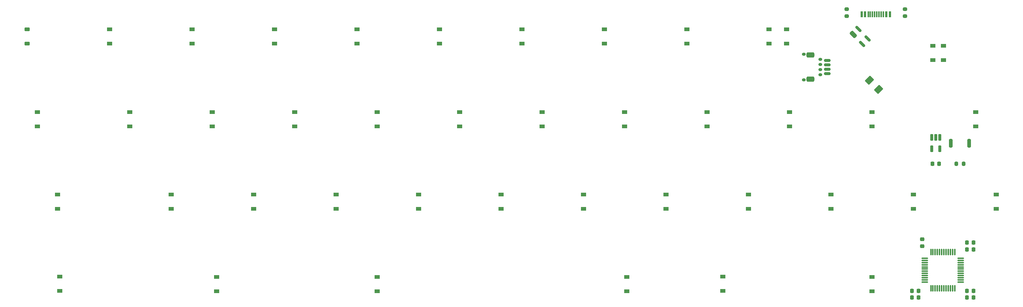
<source format=gbr>
G04 #@! TF.GenerationSoftware,KiCad,Pcbnew,8.0.8*
G04 #@! TF.CreationDate,2025-03-08T13:31:49+01:00*
G04 #@! TF.ProjectId,PowerVan,506f7765-7256-4616-9e2e-6b696361645f,rev?*
G04 #@! TF.SameCoordinates,Original*
G04 #@! TF.FileFunction,Paste,Bot*
G04 #@! TF.FilePolarity,Positive*
%FSLAX46Y46*%
G04 Gerber Fmt 4.6, Leading zero omitted, Abs format (unit mm)*
G04 Created by KiCad (PCBNEW 8.0.8) date 2025-03-08 13:31:49*
%MOMM*%
%LPD*%
G01*
G04 APERTURE LIST*
G04 Aperture macros list*
%AMRoundRect*
0 Rectangle with rounded corners*
0 $1 Rounding radius*
0 $2 $3 $4 $5 $6 $7 $8 $9 X,Y pos of 4 corners*
0 Add a 4 corners polygon primitive as box body*
4,1,4,$2,$3,$4,$5,$6,$7,$8,$9,$2,$3,0*
0 Add four circle primitives for the rounded corners*
1,1,$1+$1,$2,$3*
1,1,$1+$1,$4,$5*
1,1,$1+$1,$6,$7*
1,1,$1+$1,$8,$9*
0 Add four rect primitives between the rounded corners*
20,1,$1+$1,$2,$3,$4,$5,0*
20,1,$1+$1,$4,$5,$6,$7,0*
20,1,$1+$1,$6,$7,$8,$9,0*
20,1,$1+$1,$8,$9,$2,$3,0*%
G04 Aperture macros list end*
%ADD10R,1.200000X0.900000*%
%ADD11R,0.600000X1.450000*%
%ADD12R,0.300000X1.450000*%
%ADD13RoundRect,0.225000X-0.225000X-0.250000X0.225000X-0.250000X0.225000X0.250000X-0.225000X0.250000X0*%
%ADD14RoundRect,0.200000X-0.200000X-0.800000X0.200000X-0.800000X0.200000X0.800000X-0.200000X0.800000X0*%
%ADD15RoundRect,0.225000X0.250000X-0.225000X0.250000X0.225000X-0.250000X0.225000X-0.250000X-0.225000X0*%
%ADD16RoundRect,0.200000X0.275000X-0.200000X0.275000X0.200000X-0.275000X0.200000X-0.275000X-0.200000X0*%
%ADD17RoundRect,0.250001X0.768977X0.114905X0.114905X0.768977X-0.768977X-0.114905X-0.114905X-0.768977X0*%
%ADD18RoundRect,0.150000X0.625000X-0.150000X0.625000X0.150000X-0.625000X0.150000X-0.625000X-0.150000X0*%
%ADD19RoundRect,0.250000X0.650000X-0.350000X0.650000X0.350000X-0.650000X0.350000X-0.650000X-0.350000X0*%
%ADD20RoundRect,0.225000X0.225000X0.250000X-0.225000X0.250000X-0.225000X-0.250000X0.225000X-0.250000X0*%
%ADD21RoundRect,0.225000X0.375000X-0.225000X0.375000X0.225000X-0.375000X0.225000X-0.375000X-0.225000X0*%
%ADD22RoundRect,0.200000X-0.200000X-0.275000X0.200000X-0.275000X0.200000X0.275000X-0.200000X0.275000X0*%
%ADD23RoundRect,0.250000X-0.601041X0.247487X0.247487X-0.601041X0.601041X-0.247487X-0.247487X0.601041X0*%
%ADD24RoundRect,0.150000X-0.601041X0.388909X0.388909X-0.601041X0.601041X-0.388909X-0.388909X0.601041X0*%
%ADD25RoundRect,0.075000X0.075000X-0.662500X0.075000X0.662500X-0.075000X0.662500X-0.075000X-0.662500X0*%
%ADD26RoundRect,0.075000X0.662500X-0.075000X0.662500X0.075000X-0.662500X0.075000X-0.662500X-0.075000X0*%
%ADD27RoundRect,0.162500X-0.162500X0.617500X-0.162500X-0.617500X0.162500X-0.617500X0.162500X0.617500X0*%
%ADD28RoundRect,0.150000X0.275000X-0.150000X0.275000X0.150000X-0.275000X0.150000X-0.275000X-0.150000X0*%
%ADD29RoundRect,0.175000X0.225000X-0.175000X0.225000X0.175000X-0.225000X0.175000X-0.225000X-0.175000X0*%
G04 APERTURE END LIST*
D10*
X413957000Y-210470000D03*
X413957000Y-207170000D03*
X328613000Y-229512000D03*
X328613000Y-226212000D03*
X394859500Y-210462000D03*
X394859500Y-207162000D03*
X271034500Y-229512000D03*
X271034500Y-226212000D03*
X197644250Y-229456500D03*
X197644250Y-226156500D03*
X233950500Y-229512000D03*
X233950500Y-226212000D03*
X350838000Y-229456500D03*
X350838000Y-226156500D03*
X385334500Y-229512000D03*
X385334500Y-226212000D03*
X271034500Y-191412000D03*
X271034500Y-188112000D03*
X409258000Y-191412000D03*
X409258000Y-188112000D03*
X261509500Y-210462000D03*
X261509500Y-207162000D03*
X375809500Y-210462000D03*
X375809500Y-207162000D03*
X356759500Y-210462000D03*
X356759500Y-207162000D03*
X280559500Y-210462000D03*
X280559500Y-207162000D03*
X337709500Y-210462000D03*
X337709500Y-207162000D03*
X192469000Y-191412000D03*
X192469000Y-188112000D03*
X318659500Y-210462000D03*
X318659500Y-207162000D03*
X242459500Y-210462000D03*
X242459500Y-207162000D03*
X366284500Y-191412000D03*
X366284500Y-188112000D03*
X232934500Y-191412000D03*
X232934500Y-188112000D03*
X213884500Y-191412000D03*
X213884500Y-188112000D03*
X347234500Y-191412000D03*
X347234500Y-188112000D03*
X290084500Y-191412000D03*
X290084500Y-188112000D03*
X309134500Y-191412000D03*
X309134500Y-188112000D03*
X299609500Y-210462000D03*
X299609500Y-207162000D03*
X223409500Y-210462000D03*
X223409500Y-207162000D03*
X385334500Y-191412000D03*
X385334500Y-188112000D03*
X328184500Y-191412000D03*
X328184500Y-188112000D03*
X251984500Y-191412000D03*
X251984500Y-188112000D03*
X342503750Y-172298500D03*
X342503750Y-168998500D03*
X399352000Y-172753000D03*
X399352000Y-176053000D03*
X365570000Y-172306500D03*
X365570000Y-169006500D03*
X323453750Y-172298500D03*
X323453750Y-168998500D03*
X209153750Y-172298500D03*
X209153750Y-168998500D03*
X304403750Y-172298500D03*
X304403750Y-168998500D03*
X285353750Y-172298500D03*
X285353750Y-168998500D03*
X266303750Y-172298500D03*
X266303750Y-168998500D03*
X228203750Y-172298500D03*
X228203750Y-168998500D03*
X247253750Y-172298500D03*
X247253750Y-168998500D03*
X401765000Y-176053000D03*
X401765000Y-172753000D03*
X361506000Y-172298500D03*
X361506000Y-168998500D03*
X197168000Y-210462000D03*
X197168000Y-207162000D03*
D11*
X382909500Y-165500250D03*
X383709500Y-165500250D03*
D12*
X384909500Y-165500250D03*
X385909500Y-165500250D03*
X386409500Y-165500250D03*
X387409500Y-165500250D03*
D11*
X388609500Y-165500250D03*
X389409500Y-165500250D03*
X389409500Y-165500250D03*
X388609500Y-165500250D03*
D12*
X387909500Y-165500250D03*
X386909500Y-165500250D03*
X385409500Y-165500250D03*
X384409500Y-165500250D03*
D11*
X383709500Y-165500250D03*
X382909500Y-165500250D03*
D13*
X407213000Y-230981500D03*
X408763000Y-230981500D03*
D14*
X403506750Y-195262750D03*
X407706750Y-195262750D03*
D15*
X396875500Y-219075250D03*
X396875500Y-217525250D03*
D16*
X392906750Y-165925250D03*
X392906750Y-164275250D03*
D17*
X386814821Y-182820821D03*
X384711179Y-180717179D03*
D18*
X374956553Y-179200250D03*
X374956553Y-178200250D03*
X374956553Y-177200250D03*
X374956553Y-176200250D03*
D19*
X371081553Y-180500250D03*
X371081553Y-174900250D03*
D16*
X379413000Y-165925250D03*
X379413000Y-164275250D03*
D13*
X399275500Y-200025250D03*
X400825500Y-200025250D03*
D20*
X396063000Y-230981500D03*
X394513000Y-230981500D03*
D13*
X407213000Y-229394000D03*
X408763000Y-229394000D03*
D21*
X190100500Y-172306500D03*
X190100500Y-169006500D03*
D22*
X404781750Y-200025250D03*
X406431750Y-200025250D03*
D23*
X380997010Y-170126170D03*
D24*
X382199091Y-168924088D03*
X384320412Y-171045409D03*
X382976909Y-172388912D03*
D20*
X396063000Y-229394000D03*
X394513000Y-229394000D03*
D13*
X407213000Y-219869000D03*
X408763000Y-219869000D03*
D25*
X404388000Y-228794000D03*
X403888000Y-228794000D03*
X403388000Y-228794000D03*
X402888000Y-228794000D03*
X402388000Y-228794000D03*
X401888000Y-228794000D03*
X401388000Y-228794000D03*
X400888000Y-228794000D03*
X400388000Y-228794000D03*
X399888000Y-228794000D03*
X399388000Y-228794000D03*
X398888000Y-228794000D03*
D26*
X397475500Y-227381500D03*
X397475500Y-226881500D03*
X397475500Y-226381500D03*
X397475500Y-225881500D03*
X397475500Y-225381500D03*
X397475500Y-224881500D03*
X397475500Y-224381500D03*
X397475500Y-223881500D03*
X397475500Y-223381500D03*
X397475500Y-222881500D03*
X397475500Y-222381500D03*
X397475500Y-221881500D03*
D25*
X398888000Y-220469000D03*
X399388000Y-220469000D03*
X399888000Y-220469000D03*
X400388000Y-220469000D03*
X400888000Y-220469000D03*
X401388000Y-220469000D03*
X401888000Y-220469000D03*
X402388000Y-220469000D03*
X402888000Y-220469000D03*
X403388000Y-220469000D03*
X403888000Y-220469000D03*
X404388000Y-220469000D03*
D26*
X405800500Y-221881500D03*
X405800500Y-222381500D03*
X405800500Y-222881500D03*
X405800500Y-223381500D03*
X405800500Y-223881500D03*
X405800500Y-224381500D03*
X405800500Y-224881500D03*
X405800500Y-225381500D03*
X405800500Y-225881500D03*
X405800500Y-226381500D03*
X405800500Y-226881500D03*
X405800500Y-227381500D03*
D13*
X407194250Y-218281500D03*
X408744250Y-218281500D03*
D27*
X399100500Y-193912750D03*
X400050500Y-193912750D03*
X401000500Y-193912750D03*
X401000500Y-196612750D03*
X399100500Y-196612750D03*
D28*
X373350500Y-179500250D03*
X373350500Y-178300250D03*
X373350500Y-177100250D03*
X373350500Y-175900250D03*
D29*
X369575500Y-180650250D03*
X369575500Y-174750250D03*
M02*

</source>
